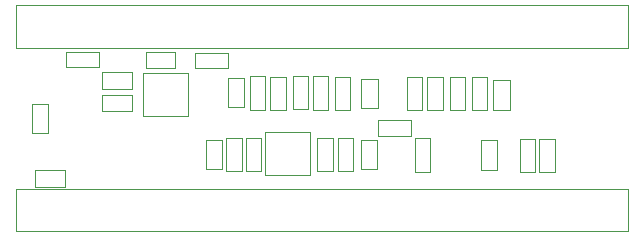
<source format=gbr>
%TF.GenerationSoftware,KiCad,Pcbnew,4.0.7*%
%TF.CreationDate,2018-01-16T14:15:25+08:00*%
%TF.ProjectId,STM32F401CCT6,53544D333246343031434354362E6B69,rev?*%
%TF.FileFunction,Other,User*%
%FSLAX46Y46*%
G04 Gerber Fmt 4.6, Leading zero omitted, Abs format (unit mm)*
G04 Created by KiCad (PCBNEW 4.0.7) date 01/16/18 14:15:25*
%MOMM*%
%LPD*%
G01*
G04 APERTURE LIST*
%ADD10C,0.100000*%
%ADD11C,0.050000*%
G04 APERTURE END LIST*
D10*
D11*
X1750000Y-17250000D02*
X4250000Y-17250000D01*
X1750000Y-17250000D02*
X1750000Y-15850000D01*
X4250000Y-15850000D02*
X4250000Y-17250000D01*
X4250000Y-15850000D02*
X1750000Y-15850000D01*
X30752000Y-12912000D02*
X33552000Y-12912000D01*
X30752000Y-12912000D02*
X30752000Y-11612000D01*
X33552000Y-11612000D02*
X33552000Y-12912000D01*
X33552000Y-11612000D02*
X30752000Y-11612000D01*
X33892000Y-13142000D02*
X33892000Y-15942000D01*
X33892000Y-13142000D02*
X35192000Y-13142000D01*
X35192000Y-15942000D02*
X33892000Y-15942000D01*
X35192000Y-15942000D02*
X35192000Y-13142000D01*
X45752000Y-15992000D02*
X45752000Y-13192000D01*
X45752000Y-15992000D02*
X44452000Y-15992000D01*
X44452000Y-13192000D02*
X45752000Y-13192000D01*
X44452000Y-13192000D02*
X44452000Y-15992000D01*
X7132000Y-5822000D02*
X4332000Y-5822000D01*
X7132000Y-5822000D02*
X7132000Y-7122000D01*
X4332000Y-7122000D02*
X4332000Y-5822000D01*
X4332000Y-7122000D02*
X7132000Y-7122000D01*
X15312000Y-7182000D02*
X18112000Y-7182000D01*
X15312000Y-7182000D02*
X15312000Y-5882000D01*
X18112000Y-5882000D02*
X18112000Y-7182000D01*
X18112000Y-5882000D02*
X15312000Y-5882000D01*
X16212000Y-13252000D02*
X16212000Y-15752000D01*
X16212000Y-13252000D02*
X17612000Y-13252000D01*
X17612000Y-15752000D02*
X16212000Y-15752000D01*
X17612000Y-15752000D02*
X17612000Y-13252000D01*
X19242000Y-15892000D02*
X19242000Y-13092000D01*
X19242000Y-15892000D02*
X17942000Y-15892000D01*
X17942000Y-13092000D02*
X19242000Y-13092000D01*
X17942000Y-13092000D02*
X17942000Y-15892000D01*
X19582000Y-13102000D02*
X19582000Y-15902000D01*
X19582000Y-13102000D02*
X20882000Y-13102000D01*
X20882000Y-15902000D02*
X19582000Y-15902000D01*
X20882000Y-15902000D02*
X20882000Y-13102000D01*
X21202000Y-16232000D02*
X25002000Y-16232000D01*
X25002000Y-16232000D02*
X25002000Y-12632000D01*
X25002000Y-12632000D02*
X21202000Y-12632000D01*
X21202000Y-12632000D02*
X21202000Y-16232000D01*
X25632000Y-13072000D02*
X25632000Y-15872000D01*
X25632000Y-13072000D02*
X26932000Y-13072000D01*
X26932000Y-15872000D02*
X25632000Y-15872000D01*
X26932000Y-15872000D02*
X26932000Y-13072000D01*
X27372000Y-13082000D02*
X27372000Y-15882000D01*
X27372000Y-13082000D02*
X28672000Y-13082000D01*
X28672000Y-15882000D02*
X27372000Y-15882000D01*
X28672000Y-15882000D02*
X28672000Y-13082000D01*
X29312000Y-13252000D02*
X29312000Y-15752000D01*
X29312000Y-13252000D02*
X30712000Y-13252000D01*
X30712000Y-15752000D02*
X29312000Y-15752000D01*
X30712000Y-15752000D02*
X30712000Y-13252000D01*
X39492000Y-13312000D02*
X39492000Y-15812000D01*
X39492000Y-13312000D02*
X40892000Y-13312000D01*
X40892000Y-15812000D02*
X39492000Y-15812000D01*
X40892000Y-15812000D02*
X40892000Y-13312000D01*
X44102000Y-15972000D02*
X44102000Y-13172000D01*
X44102000Y-15972000D02*
X42802000Y-15972000D01*
X42802000Y-13172000D02*
X44102000Y-13172000D01*
X42802000Y-13172000D02*
X42802000Y-15972000D01*
X40540000Y-8200000D02*
X40540000Y-10700000D01*
X40540000Y-8200000D02*
X41940000Y-8200000D01*
X41940000Y-10700000D02*
X40540000Y-10700000D01*
X41940000Y-10700000D02*
X41940000Y-8200000D01*
X38152000Y-10722000D02*
X38152000Y-7922000D01*
X38152000Y-10722000D02*
X36852000Y-10722000D01*
X36852000Y-7922000D02*
X38152000Y-7922000D01*
X36852000Y-7922000D02*
X36852000Y-10722000D01*
X34952000Y-7902000D02*
X34952000Y-10702000D01*
X34952000Y-7902000D02*
X36252000Y-7902000D01*
X36252000Y-10702000D02*
X34952000Y-10702000D01*
X36252000Y-10702000D02*
X36252000Y-7902000D01*
X33222000Y-7902000D02*
X33222000Y-10702000D01*
X33222000Y-7902000D02*
X34522000Y-7902000D01*
X34522000Y-10702000D02*
X33222000Y-10702000D01*
X34522000Y-10702000D02*
X34522000Y-7902000D01*
X30782000Y-10592000D02*
X30782000Y-8092000D01*
X30782000Y-10592000D02*
X29382000Y-10592000D01*
X29382000Y-8092000D02*
X30782000Y-8092000D01*
X29382000Y-8092000D02*
X29382000Y-10592000D01*
X28422000Y-10702000D02*
X28422000Y-7902000D01*
X28422000Y-10702000D02*
X27122000Y-10702000D01*
X27122000Y-7902000D02*
X28422000Y-7902000D01*
X27122000Y-7902000D02*
X27122000Y-10702000D01*
X21242000Y-10692000D02*
X21242000Y-7892000D01*
X21242000Y-10692000D02*
X19942000Y-10692000D01*
X19942000Y-7892000D02*
X21242000Y-7892000D01*
X19942000Y-7892000D02*
X19942000Y-10692000D01*
X26542000Y-10692000D02*
X26542000Y-7892000D01*
X26542000Y-10692000D02*
X25242000Y-10692000D01*
X25242000Y-7892000D02*
X26542000Y-7892000D01*
X25242000Y-7892000D02*
X25242000Y-10692000D01*
X22972000Y-10712000D02*
X22972000Y-7912000D01*
X22972000Y-10712000D02*
X21672000Y-10712000D01*
X21672000Y-7912000D02*
X22972000Y-7912000D01*
X21672000Y-7912000D02*
X21672000Y-10712000D01*
X24852000Y-10682000D02*
X24852000Y-7882000D01*
X24852000Y-10682000D02*
X23552000Y-10682000D01*
X23552000Y-7882000D02*
X24852000Y-7882000D01*
X23552000Y-7882000D02*
X23552000Y-10682000D01*
X18072000Y-8022000D02*
X18072000Y-10522000D01*
X18072000Y-8022000D02*
X19472000Y-8022000D01*
X19472000Y-10522000D02*
X18072000Y-10522000D01*
X19472000Y-10522000D02*
X19472000Y-8022000D01*
X13620000Y-5810000D02*
X11120000Y-5810000D01*
X13620000Y-5810000D02*
X13620000Y-7210000D01*
X11120000Y-7210000D02*
X11120000Y-5810000D01*
X11120000Y-7210000D02*
X13620000Y-7210000D01*
X10882000Y-7612000D02*
X14682000Y-7612000D01*
X10882000Y-11212000D02*
X10882000Y-7612000D01*
X14682000Y-11212000D02*
X10882000Y-11212000D01*
X14682000Y-7612000D02*
X14682000Y-11212000D01*
X9952000Y-9452000D02*
X7452000Y-9452000D01*
X9952000Y-9452000D02*
X9952000Y-10852000D01*
X7452000Y-10852000D02*
X7452000Y-9452000D01*
X7452000Y-10852000D02*
X9952000Y-10852000D01*
X9952000Y-7542000D02*
X7452000Y-7542000D01*
X9952000Y-7542000D02*
X9952000Y-8942000D01*
X7452000Y-8942000D02*
X7452000Y-7542000D01*
X7452000Y-8942000D02*
X9952000Y-8942000D01*
X1462000Y-10192000D02*
X1462000Y-12692000D01*
X1462000Y-10192000D02*
X2862000Y-10192000D01*
X2862000Y-12692000D02*
X1462000Y-12692000D01*
X2862000Y-12692000D02*
X2862000Y-10192000D01*
X51952000Y-20982000D02*
X102000Y-20982000D01*
X102000Y-20982000D02*
X102000Y-17382000D01*
X102000Y-17382000D02*
X51952000Y-17382000D01*
X51952000Y-17382000D02*
X51952000Y-20982000D01*
X51952000Y-5482000D02*
X102000Y-5482000D01*
X102000Y-5482000D02*
X102000Y-1882000D01*
X102000Y-1882000D02*
X51952000Y-1882000D01*
X51952000Y-1882000D02*
X51952000Y-5482000D01*
X40012000Y-10722000D02*
X40012000Y-7922000D01*
X40012000Y-10722000D02*
X38712000Y-10722000D01*
X38712000Y-7922000D02*
X40012000Y-7922000D01*
X38712000Y-7922000D02*
X38712000Y-10722000D01*
M02*

</source>
